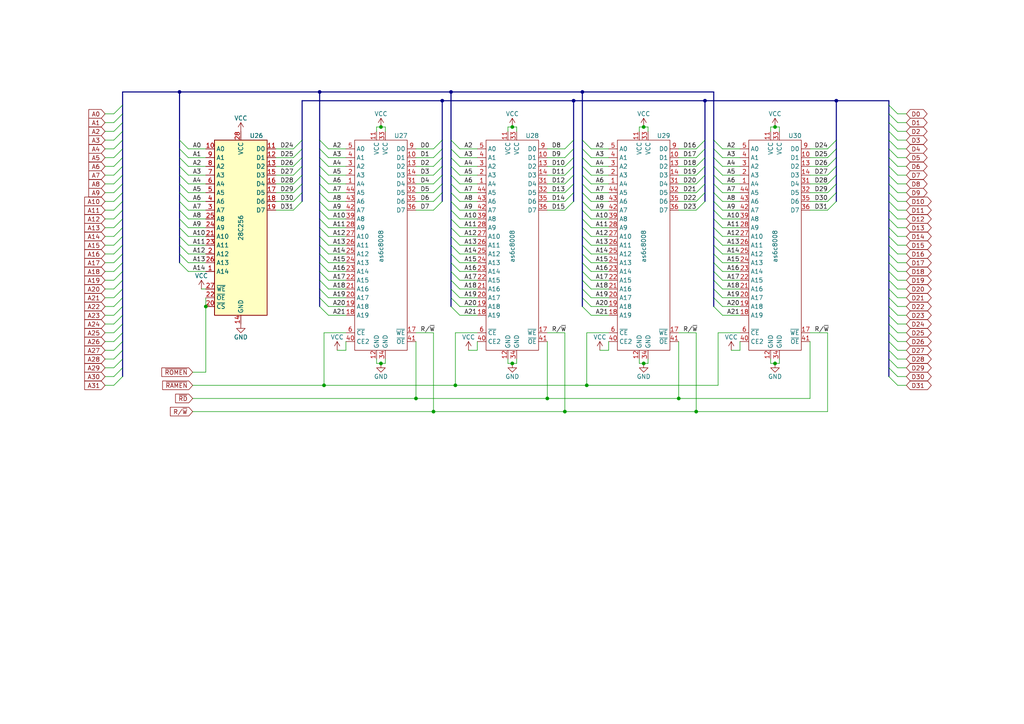
<source format=kicad_sch>
(kicad_sch (version 20211123) (generator eeschema)
  (paper "A4")
  (title_block (title "68030 computer") (date "2022-02-04") (rev "1") (comment 1 "https://github.com/jtsiomb/m68kcomputer2") (comment 2 "Free hardware design - GNU General Public License v3") (comment 3 "Copyright (C) 2022 John Tsiombikas <nuclear@member.fsf.org>"))
  (junction (at 92.71 26.67))
  (junction (at 148.59 36.83))
  (junction (at 196.85 115.57))
  (junction (at 168.91 26.67))
  (junction (at 242.57 29.21))
  (junction (at 148.59 105.41))
  (junction (at 186.69 105.41))
  (junction (at 224.79 36.83))
  (junction (at 163.83 119.38))
  (junction (at 59.69 88.9))
  (junction (at 166.37 29.21))
  (junction (at 128.27 29.21))
  (junction (at 130.81 26.67))
  (junction (at 110.49 36.83))
  (junction (at 224.79 105.41))
  (junction (at 110.49 105.41))
  (junction (at 120.65 115.57))
  (junction (at 132.08 111.76))
  (junction (at 52.07 26.67))
  (junction (at 204.47 29.21))
  (junction (at 201.93 119.38))
  (junction (at 158.75 115.57))
  (junction (at 186.69 36.83))
  (junction (at 125.73 119.38))
  (junction (at 170.18 111.76))
  (junction (at 93.98 111.76))
  (bus_entry (at 52.07 43.18) (size 2.54 2.54))
  (bus_entry (at 257.81 30.48) (size 2.54 2.54))
  (bus_entry (at 168.91 88.9) (size 2.54 2.54))
  (bus_entry (at 52.07 58.42) (size 2.54 2.54))
  (bus_entry (at 207.01 45.72) (size 2.54 2.54))
  (bus_entry (at 92.71 43.18) (size 2.54 2.54))
  (bus_entry (at 168.91 50.8) (size 2.54 2.54))
  (bus_entry (at 207.01 60.96) (size 2.54 2.54))
  (bus_entry (at 168.91 68.58) (size 2.54 2.54))
  (bus_entry (at 207.01 55.88) (size 2.54 2.54))
  (bus_entry (at 257.81 38.1) (size 2.54 2.54))
  (bus_entry (at 207.01 88.9) (size 2.54 2.54))
  (bus_entry (at 85.09 60.96) (size 2.54 -2.54))
  (bus_entry (at 130.81 58.42) (size 2.54 2.54))
  (bus_entry (at 168.91 48.26) (size 2.54 2.54))
  (bus_entry (at 130.81 60.96) (size 2.54 2.54))
  (bus_entry (at 257.81 104.14) (size 2.54 2.54))
  (bus_entry (at 85.09 58.42) (size 2.54 -2.54))
  (bus_entry (at 207.01 50.8) (size 2.54 2.54))
  (bus_entry (at 240.03 43.18) (size 2.54 -2.54))
  (bus_entry (at 52.07 68.58) (size 2.54 2.54))
  (bus_entry (at 168.91 71.12) (size 2.54 2.54))
  (bus_entry (at 168.91 76.2) (size 2.54 2.54))
  (bus_entry (at 240.03 58.42) (size 2.54 -2.54))
  (bus_entry (at 92.71 66.04) (size 2.54 2.54))
  (bus_entry (at 257.81 73.66) (size 2.54 2.54))
  (bus_entry (at 257.81 33.02) (size 2.54 2.54))
  (bus_entry (at 92.71 81.28) (size 2.54 2.54))
  (bus_entry (at 125.73 55.88) (size 2.54 -2.54))
  (bus_entry (at 130.81 66.04) (size 2.54 2.54))
  (bus_entry (at 52.07 55.88) (size 2.54 2.54))
  (bus_entry (at 92.71 86.36) (size 2.54 2.54))
  (bus_entry (at 201.93 55.88) (size 2.54 -2.54))
  (bus_entry (at 257.81 50.8) (size 2.54 2.54))
  (bus_entry (at 257.81 109.22) (size 2.54 2.54))
  (bus_entry (at 130.81 83.82) (size 2.54 2.54))
  (bus_entry (at 257.81 93.98) (size 2.54 2.54))
  (bus_entry (at 130.81 68.58) (size 2.54 2.54))
  (bus_entry (at 52.07 71.12) (size 2.54 2.54))
  (bus_entry (at 130.81 53.34) (size 2.54 2.54))
  (bus_entry (at 33.02 66.04) (size 2.54 -2.54))
  (bus_entry (at 33.02 83.82) (size 2.54 -2.54))
  (bus_entry (at 130.81 76.2) (size 2.54 2.54))
  (bus_entry (at 168.91 63.5) (size 2.54 2.54))
  (bus_entry (at 52.07 40.64) (size 2.54 2.54))
  (bus_entry (at 201.93 58.42) (size 2.54 -2.54))
  (bus_entry (at 125.73 60.96) (size 2.54 -2.54))
  (bus_entry (at 168.91 55.88) (size 2.54 2.54))
  (bus_entry (at 92.71 78.74) (size 2.54 2.54))
  (bus_entry (at 257.81 60.96) (size 2.54 2.54))
  (bus_entry (at 168.91 58.42) (size 2.54 2.54))
  (bus_entry (at 33.02 99.06) (size 2.54 -2.54))
  (bus_entry (at 207.01 53.34) (size 2.54 2.54))
  (bus_entry (at 257.81 96.52) (size 2.54 2.54))
  (bus_entry (at 257.81 81.28) (size 2.54 2.54))
  (bus_entry (at 33.02 106.68) (size 2.54 -2.54))
  (bus_entry (at 33.02 91.44) (size 2.54 -2.54))
  (bus_entry (at 52.07 63.5) (size 2.54 2.54))
  (bus_entry (at 201.93 43.18) (size 2.54 -2.54))
  (bus_entry (at 33.02 60.96) (size 2.54 -2.54))
  (bus_entry (at 240.03 55.88) (size 2.54 -2.54))
  (bus_entry (at 33.02 58.42) (size 2.54 -2.54))
  (bus_entry (at 163.83 43.18) (size 2.54 -2.54))
  (bus_entry (at 257.81 58.42) (size 2.54 2.54))
  (bus_entry (at 33.02 45.72) (size 2.54 -2.54))
  (bus_entry (at 257.81 35.56) (size 2.54 2.54))
  (bus_entry (at 92.71 76.2) (size 2.54 2.54))
  (bus_entry (at 92.71 68.58) (size 2.54 2.54))
  (bus_entry (at 257.81 43.18) (size 2.54 2.54))
  (bus_entry (at 168.91 73.66) (size 2.54 2.54))
  (bus_entry (at 201.93 60.96) (size 2.54 -2.54))
  (bus_entry (at 85.09 48.26) (size 2.54 -2.54))
  (bus_entry (at 168.91 40.64) (size 2.54 2.54))
  (bus_entry (at 207.01 83.82) (size 2.54 2.54))
  (bus_entry (at 52.07 45.72) (size 2.54 2.54))
  (bus_entry (at 130.81 73.66) (size 2.54 2.54))
  (bus_entry (at 125.73 50.8) (size 2.54 -2.54))
  (bus_entry (at 33.02 68.58) (size 2.54 -2.54))
  (bus_entry (at 130.81 48.26) (size 2.54 2.54))
  (bus_entry (at 33.02 76.2) (size 2.54 -2.54))
  (bus_entry (at 130.81 86.36) (size 2.54 2.54))
  (bus_entry (at 201.93 45.72) (size 2.54 -2.54))
  (bus_entry (at 52.07 60.96) (size 2.54 2.54))
  (bus_entry (at 201.93 53.34) (size 2.54 -2.54))
  (bus_entry (at 163.83 45.72) (size 2.54 -2.54))
  (bus_entry (at 33.02 38.1) (size 2.54 -2.54))
  (bus_entry (at 33.02 81.28) (size 2.54 -2.54))
  (bus_entry (at 201.93 50.8) (size 2.54 -2.54))
  (bus_entry (at 257.81 71.12) (size 2.54 2.54))
  (bus_entry (at 33.02 78.74) (size 2.54 -2.54))
  (bus_entry (at 163.83 53.34) (size 2.54 -2.54))
  (bus_entry (at 240.03 60.96) (size 2.54 -2.54))
  (bus_entry (at 92.71 45.72) (size 2.54 2.54))
  (bus_entry (at 33.02 104.14) (size 2.54 -2.54))
  (bus_entry (at 163.83 48.26) (size 2.54 -2.54))
  (bus_entry (at 257.81 48.26) (size 2.54 2.54))
  (bus_entry (at 33.02 40.64) (size 2.54 -2.54))
  (bus_entry (at 207.01 81.28) (size 2.54 2.54))
  (bus_entry (at 257.81 83.82) (size 2.54 2.54))
  (bus_entry (at 85.09 55.88) (size 2.54 -2.54))
  (bus_entry (at 52.07 76.2) (size 2.54 2.54))
  (bus_entry (at 257.81 76.2) (size 2.54 2.54))
  (bus_entry (at 125.73 45.72) (size 2.54 -2.54))
  (bus_entry (at 52.07 50.8) (size 2.54 2.54))
  (bus_entry (at 85.09 43.18) (size 2.54 -2.54))
  (bus_entry (at 201.93 48.26) (size 2.54 -2.54))
  (bus_entry (at 257.81 40.64) (size 2.54 2.54))
  (bus_entry (at 33.02 43.18) (size 2.54 -2.54))
  (bus_entry (at 33.02 48.26) (size 2.54 -2.54))
  (bus_entry (at 257.81 78.74) (size 2.54 2.54))
  (bus_entry (at 33.02 35.56) (size 2.54 -2.54))
  (bus_entry (at 130.81 78.74) (size 2.54 2.54))
  (bus_entry (at 207.01 63.5) (size 2.54 2.54))
  (bus_entry (at 92.71 60.96) (size 2.54 2.54))
  (bus_entry (at 33.02 86.36) (size 2.54 -2.54))
  (bus_entry (at 240.03 45.72) (size 2.54 -2.54))
  (bus_entry (at 92.71 63.5) (size 2.54 2.54))
  (bus_entry (at 240.03 53.34) (size 2.54 -2.54))
  (bus_entry (at 85.09 45.72) (size 2.54 -2.54))
  (bus_entry (at 92.71 48.26) (size 2.54 2.54))
  (bus_entry (at 92.71 73.66) (size 2.54 2.54))
  (bus_entry (at 207.01 58.42) (size 2.54 2.54))
  (bus_entry (at 207.01 66.04) (size 2.54 2.54))
  (bus_entry (at 168.91 53.34) (size 2.54 2.54))
  (bus_entry (at 163.83 50.8) (size 2.54 -2.54))
  (bus_entry (at 207.01 73.66) (size 2.54 2.54))
  (bus_entry (at 257.81 86.36) (size 2.54 2.54))
  (bus_entry (at 85.09 53.34) (size 2.54 -2.54))
  (bus_entry (at 130.81 40.64) (size 2.54 2.54))
  (bus_entry (at 33.02 96.52) (size 2.54 -2.54))
  (bus_entry (at 257.81 53.34) (size 2.54 2.54))
  (bus_entry (at 207.01 68.58) (size 2.54 2.54))
  (bus_entry (at 85.09 50.8) (size 2.54 -2.54))
  (bus_entry (at 92.71 83.82) (size 2.54 2.54))
  (bus_entry (at 257.81 68.58) (size 2.54 2.54))
  (bus_entry (at 125.73 53.34) (size 2.54 -2.54))
  (bus_entry (at 92.71 40.64) (size 2.54 2.54))
  (bus_entry (at 163.83 55.88) (size 2.54 -2.54))
  (bus_entry (at 130.81 45.72) (size 2.54 2.54))
  (bus_entry (at 33.02 53.34) (size 2.54 -2.54))
  (bus_entry (at 207.01 40.64) (size 2.54 2.54))
  (bus_entry (at 207.01 78.74) (size 2.54 2.54))
  (bus_entry (at 52.07 73.66) (size 2.54 2.54))
  (bus_entry (at 33.02 33.02) (size 2.54 -2.54))
  (bus_entry (at 125.73 48.26) (size 2.54 -2.54))
  (bus_entry (at 130.81 50.8) (size 2.54 2.54))
  (bus_entry (at 52.07 48.26) (size 2.54 2.54))
  (bus_entry (at 33.02 101.6) (size 2.54 -2.54))
  (bus_entry (at 92.71 71.12) (size 2.54 2.54))
  (bus_entry (at 257.81 66.04) (size 2.54 2.54))
  (bus_entry (at 168.91 66.04) (size 2.54 2.54))
  (bus_entry (at 257.81 106.68) (size 2.54 2.54))
  (bus_entry (at 92.71 50.8) (size 2.54 2.54))
  (bus_entry (at 168.91 81.28) (size 2.54 2.54))
  (bus_entry (at 257.81 45.72) (size 2.54 2.54))
  (bus_entry (at 257.81 88.9) (size 2.54 2.54))
  (bus_entry (at 130.81 43.18) (size 2.54 2.54))
  (bus_entry (at 168.91 86.36) (size 2.54 2.54))
  (bus_entry (at 207.01 71.12) (size 2.54 2.54))
  (bus_entry (at 240.03 48.26) (size 2.54 -2.54))
  (bus_entry (at 130.81 81.28) (size 2.54 2.54))
  (bus_entry (at 163.83 60.96) (size 2.54 -2.54))
  (bus_entry (at 130.81 55.88) (size 2.54 2.54))
  (bus_entry (at 125.73 58.42) (size 2.54 -2.54))
  (bus_entry (at 168.91 45.72) (size 2.54 2.54))
  (bus_entry (at 257.81 99.06) (size 2.54 2.54))
  (bus_entry (at 125.73 43.18) (size 2.54 -2.54))
  (bus_entry (at 92.71 88.9) (size 2.54 2.54))
  (bus_entry (at 207.01 48.26) (size 2.54 2.54))
  (bus_entry (at 163.83 58.42) (size 2.54 -2.54))
  (bus_entry (at 207.01 86.36) (size 2.54 2.54))
  (bus_entry (at 168.91 43.18) (size 2.54 2.54))
  (bus_entry (at 207.01 43.18) (size 2.54 2.54))
  (bus_entry (at 52.07 53.34) (size 2.54 2.54))
  (bus_entry (at 33.02 50.8) (size 2.54 -2.54))
  (bus_entry (at 92.71 53.34) (size 2.54 2.54))
  (bus_entry (at 207.01 76.2) (size 2.54 2.54))
  (bus_entry (at 257.81 55.88) (size 2.54 2.54))
  (bus_entry (at 168.91 83.82) (size 2.54 2.54))
  (bus_entry (at 33.02 93.98) (size 2.54 -2.54))
  (bus_entry (at 92.71 55.88) (size 2.54 2.54))
  (bus_entry (at 257.81 63.5) (size 2.54 2.54))
  (bus_entry (at 33.02 111.76) (size 2.54 -2.54))
  (bus_entry (at 240.03 50.8) (size 2.54 -2.54))
  (bus_entry (at 52.07 66.04) (size 2.54 2.54))
  (bus_entry (at 130.81 71.12) (size 2.54 2.54))
  (bus_entry (at 33.02 55.88) (size 2.54 -2.54))
  (bus_entry (at 92.71 58.42) (size 2.54 2.54))
  (bus_entry (at 33.02 73.66) (size 2.54 -2.54))
  (bus_entry (at 168.91 78.74) (size 2.54 2.54))
  (bus_entry (at 130.81 88.9) (size 2.54 2.54))
  (bus_entry (at 33.02 109.22) (size 2.54 -2.54))
  (bus_entry (at 33.02 63.5) (size 2.54 -2.54))
  (bus_entry (at 257.81 101.6) (size 2.54 2.54))
  (bus_entry (at 33.02 71.12) (size 2.54 -2.54))
  (bus_entry (at 130.81 63.5) (size 2.54 2.54))
  (bus_entry (at 257.81 91.44) (size 2.54 2.54))
  (bus_entry (at 168.91 60.96) (size 2.54 2.54))
  (bus_entry (at 33.02 88.9) (size 2.54 -2.54))
  (bus (pts (xy 166.37 50.8) (xy 166.37 53.34)))
  (wire (pts (xy 120.65 53.34) (xy 125.73 53.34)))
  (bus (pts (xy 168.91 78.74) (xy 168.91 81.28)))
  (wire (pts (xy 54.61 48.26) (xy 59.69 48.26)))
  (bus (pts (xy 130.81 40.64) (xy 130.81 43.18)))
  (bus (pts (xy 242.57 50.8) (xy 242.57 53.34)))
  (wire (pts (xy 223.52 36.83) (xy 224.79 36.83)))
  (wire (pts (xy 158.75 58.42) (xy 163.83 58.42)))
  (wire (pts (xy 120.65 115.57) (xy 55.88 115.57)))
  (wire (pts (xy 30.48 73.66) (xy 33.02 73.66)))
  (bus (pts (xy 207.01 60.96) (xy 207.01 63.5)))
  (wire (pts (xy 133.35 55.88) (xy 138.43 55.88)))
  (wire (pts (xy 209.55 91.44) (xy 214.63 91.44)))
  (wire (pts (xy 30.48 101.6) (xy 33.02 101.6)))
  (bus (pts (xy 35.56 55.88) (xy 35.56 53.34)))
  (wire (pts (xy 170.18 96.52) (xy 176.53 96.52)))
  (wire (pts (xy 240.03 119.38) (xy 240.03 96.52)))
  (bus (pts (xy 35.56 48.26) (xy 35.56 45.72)))
  (bus (pts (xy 242.57 29.21) (xy 257.81 29.21)))
  (wire (pts (xy 196.85 96.52) (xy 201.93 96.52)))
  (bus (pts (xy 168.91 60.96) (xy 168.91 63.5)))
  (wire (pts (xy 133.35 58.42) (xy 138.43 58.42)))
  (wire (pts (xy 95.25 63.5) (xy 100.33 63.5)))
  (wire (pts (xy 120.65 55.88) (xy 125.73 55.88)))
  (bus (pts (xy 35.56 81.28) (xy 35.56 78.74)))
  (wire (pts (xy 260.35 43.18) (xy 262.89 43.18)))
  (wire (pts (xy 58.42 83.82) (xy 59.69 83.82)))
  (wire (pts (xy 234.95 99.06) (xy 234.95 115.57)))
  (wire (pts (xy 234.95 45.72) (xy 240.03 45.72)))
  (wire (pts (xy 30.48 86.36) (xy 33.02 86.36)))
  (wire (pts (xy 133.35 45.72) (xy 138.43 45.72)))
  (bus (pts (xy 242.57 53.34) (xy 242.57 55.88)))
  (bus (pts (xy 35.56 83.82) (xy 35.56 81.28)))
  (wire (pts (xy 111.76 105.41) (xy 111.76 104.14)))
  (bus (pts (xy 204.47 50.8) (xy 204.47 53.34)))
  (wire (pts (xy 132.08 96.52) (xy 138.43 96.52)))
  (bus (pts (xy 168.91 26.67) (xy 130.81 26.67)))
  (wire (pts (xy 260.35 50.8) (xy 262.89 50.8)))
  (bus (pts (xy 168.91 76.2) (xy 168.91 78.74)))
  (wire (pts (xy 185.42 38.1) (xy 185.42 36.83)))
  (bus (pts (xy 35.56 96.52) (xy 35.56 93.98)))
  (wire (pts (xy 54.61 55.88) (xy 59.69 55.88)))
  (bus (pts (xy 35.56 101.6) (xy 35.56 99.06)))
  (wire (pts (xy 260.35 78.74) (xy 262.89 78.74)))
  (bus (pts (xy 257.81 66.04) (xy 257.81 68.58)))
  (bus (pts (xy 92.71 68.58) (xy 92.71 71.12)))
  (wire (pts (xy 186.69 105.41) (xy 187.96 105.41)))
  (wire (pts (xy 209.55 53.34) (xy 214.63 53.34)))
  (bus (pts (xy 130.81 50.8) (xy 130.81 53.34)))
  (wire (pts (xy 54.61 60.96) (xy 59.69 60.96)))
  (wire (pts (xy 133.35 50.8) (xy 138.43 50.8)))
  (bus (pts (xy 168.91 26.67) (xy 168.91 40.64)))
  (bus (pts (xy 257.81 60.96) (xy 257.81 63.5)))
  (wire (pts (xy 260.35 81.28) (xy 262.89 81.28)))
  (wire (pts (xy 54.61 76.2) (xy 59.69 76.2)))
  (bus (pts (xy 92.71 78.74) (xy 92.71 81.28)))
  (wire (pts (xy 196.85 60.96) (xy 201.93 60.96)))
  (wire (pts (xy 54.61 78.74) (xy 59.69 78.74)))
  (bus (pts (xy 257.81 76.2) (xy 257.81 78.74)))
  (wire (pts (xy 110.49 105.41) (xy 111.76 105.41)))
  (bus (pts (xy 257.81 68.58) (xy 257.81 71.12)))
  (wire (pts (xy 95.25 53.34) (xy 100.33 53.34)))
  (bus (pts (xy 257.81 63.5) (xy 257.81 66.04)))
  (wire (pts (xy 260.35 91.44) (xy 262.89 91.44)))
  (wire (pts (xy 133.35 53.34) (xy 138.43 53.34)))
  (bus (pts (xy 257.81 71.12) (xy 257.81 73.66)))
  (wire (pts (xy 133.35 81.28) (xy 138.43 81.28)))
  (wire (pts (xy 171.45 91.44) (xy 176.53 91.44)))
  (wire (pts (xy 196.85 43.18) (xy 201.93 43.18)))
  (bus (pts (xy 207.01 68.58) (xy 207.01 71.12)))
  (wire (pts (xy 109.22 36.83) (xy 110.49 36.83)))
  (bus (pts (xy 87.63 53.34) (xy 87.63 55.88)))
  (wire (pts (xy 95.25 81.28) (xy 100.33 81.28)))
  (bus (pts (xy 130.81 55.88) (xy 130.81 58.42)))
  (wire (pts (xy 171.45 68.58) (xy 176.53 68.58)))
  (wire (pts (xy 30.48 60.96) (xy 33.02 60.96)))
  (wire (pts (xy 120.65 60.96) (xy 125.73 60.96)))
  (wire (pts (xy 226.06 36.83) (xy 226.06 38.1)))
  (wire (pts (xy 95.25 88.9) (xy 100.33 88.9)))
  (bus (pts (xy 92.71 76.2) (xy 92.71 78.74)))
  (wire (pts (xy 260.35 35.56) (xy 262.89 35.56)))
  (bus (pts (xy 92.71 40.64) (xy 92.71 43.18)))
  (wire (pts (xy 138.43 101.6) (xy 138.43 99.06)))
  (bus (pts (xy 168.91 58.42) (xy 168.91 60.96)))
  (bus (pts (xy 257.81 30.48) (xy 257.81 33.02)))
  (bus (pts (xy 242.57 29.21) (xy 242.57 40.64)))
  (bus (pts (xy 257.81 104.14) (xy 257.81 106.68)))
  (wire (pts (xy 260.35 104.14) (xy 262.89 104.14)))
  (wire (pts (xy 95.25 71.12) (xy 100.33 71.12)))
  (wire (pts (xy 55.88 119.38) (xy 125.73 119.38)))
  (bus (pts (xy 128.27 53.34) (xy 128.27 55.88)))
  (bus (pts (xy 52.07 66.04) (xy 52.07 68.58)))
  (bus (pts (xy 92.71 26.67) (xy 92.71 40.64)))
  (wire (pts (xy 95.25 86.36) (xy 100.33 86.36)))
  (bus (pts (xy 35.56 66.04) (xy 35.56 63.5)))
  (wire (pts (xy 30.48 35.56) (xy 33.02 35.56)))
  (wire (pts (xy 30.48 111.76) (xy 33.02 111.76)))
  (wire (pts (xy 260.35 71.12) (xy 262.89 71.12)))
  (wire (pts (xy 133.35 43.18) (xy 138.43 43.18)))
  (bus (pts (xy 207.01 83.82) (xy 207.01 86.36)))
  (wire (pts (xy 80.01 60.96) (xy 85.09 60.96)))
  (bus (pts (xy 168.91 50.8) (xy 168.91 53.34)))
  (bus (pts (xy 128.27 55.88) (xy 128.27 58.42)))
  (wire (pts (xy 171.45 86.36) (xy 176.53 86.36)))
  (wire (pts (xy 30.48 55.88) (xy 33.02 55.88)))
  (bus (pts (xy 87.63 55.88) (xy 87.63 58.42)))
  (bus (pts (xy 257.81 35.56) (xy 257.81 38.1)))
  (bus (pts (xy 257.81 106.68) (xy 257.81 109.22)))
  (wire (pts (xy 209.55 81.28) (xy 214.63 81.28)))
  (wire (pts (xy 260.35 106.68) (xy 262.89 106.68)))
  (bus (pts (xy 168.91 68.58) (xy 168.91 71.12)))
  (wire (pts (xy 30.48 81.28) (xy 33.02 81.28)))
  (bus (pts (xy 35.56 88.9) (xy 35.56 86.36)))
  (wire (pts (xy 186.69 36.83) (xy 187.96 36.83)))
  (wire (pts (xy 95.25 76.2) (xy 100.33 76.2)))
  (wire (pts (xy 30.48 33.02) (xy 33.02 33.02)))
  (wire (pts (xy 209.55 88.9) (xy 214.63 88.9)))
  (wire (pts (xy 260.35 76.2) (xy 262.89 76.2)))
  (wire (pts (xy 132.08 96.52) (xy 132.08 111.76)))
  (bus (pts (xy 130.81 26.67) (xy 130.81 40.64)))
  (bus (pts (xy 35.56 99.06) (xy 35.56 96.52)))
  (wire (pts (xy 260.35 86.36) (xy 262.89 86.36)))
  (wire (pts (xy 234.95 58.42) (xy 240.03 58.42)))
  (wire (pts (xy 234.95 53.34) (xy 240.03 53.34)))
  (wire (pts (xy 95.25 73.66) (xy 100.33 73.66)))
  (bus (pts (xy 130.81 26.67) (xy 92.71 26.67)))
  (wire (pts (xy 30.48 71.12) (xy 33.02 71.12)))
  (bus (pts (xy 92.71 83.82) (xy 92.71 86.36)))
  (wire (pts (xy 147.32 36.83) (xy 148.59 36.83)))
  (bus (pts (xy 168.91 40.64) (xy 168.91 43.18)))
  (bus (pts (xy 204.47 45.72) (xy 204.47 48.26)))
  (bus (pts (xy 257.81 43.18) (xy 257.81 45.72)))
  (bus (pts (xy 257.81 99.06) (xy 257.81 101.6)))
  (wire (pts (xy 185.42 36.83) (xy 186.69 36.83)))
  (bus (pts (xy 52.07 53.34) (xy 52.07 55.88)))
  (bus (pts (xy 87.63 50.8) (xy 87.63 53.34)))
  (wire (pts (xy 30.48 99.06) (xy 33.02 99.06)))
  (bus (pts (xy 35.56 50.8) (xy 35.56 48.26)))
  (wire (pts (xy 149.86 105.41) (xy 149.86 104.14)))
  (bus (pts (xy 92.71 58.42) (xy 92.71 60.96)))
  (bus (pts (xy 130.81 53.34) (xy 130.81 55.88)))
  (wire (pts (xy 95.25 50.8) (xy 100.33 50.8)))
  (bus (pts (xy 257.81 78.74) (xy 257.81 81.28)))
  (wire (pts (xy 260.35 73.66) (xy 262.89 73.66)))
  (bus (pts (xy 128.27 29.21) (xy 128.27 40.64)))
  (bus (pts (xy 35.56 43.18) (xy 35.56 40.64)))
  (wire (pts (xy 209.55 83.82) (xy 214.63 83.82)))
  (wire (pts (xy 196.85 99.06) (xy 196.85 115.57)))
  (wire (pts (xy 120.65 48.26) (xy 125.73 48.26)))
  (bus (pts (xy 166.37 48.26) (xy 166.37 50.8)))
  (bus (pts (xy 207.01 55.88) (xy 207.01 58.42)))
  (wire (pts (xy 209.55 73.66) (xy 214.63 73.66)))
  (bus (pts (xy 242.57 48.26) (xy 242.57 50.8)))
  (bus (pts (xy 130.81 86.36) (xy 130.81 88.9)))
  (wire (pts (xy 54.61 73.66) (xy 59.69 73.66)))
  (wire (pts (xy 133.35 71.12) (xy 138.43 71.12)))
  (wire (pts (xy 209.55 78.74) (xy 214.63 78.74)))
  (bus (pts (xy 168.91 81.28) (xy 168.91 83.82)))
  (wire (pts (xy 234.95 60.96) (xy 240.03 60.96)))
  (wire (pts (xy 133.35 60.96) (xy 138.43 60.96)))
  (wire (pts (xy 260.35 66.04) (xy 262.89 66.04)))
  (bus (pts (xy 130.81 81.28) (xy 130.81 83.82)))
  (wire (pts (xy 30.48 83.82) (xy 33.02 83.82)))
  (wire (pts (xy 201.93 119.38) (xy 240.03 119.38)))
  (wire (pts (xy 59.69 86.36) (xy 59.69 88.9)))
  (bus (pts (xy 130.81 63.5) (xy 130.81 66.04)))
  (wire (pts (xy 209.55 58.42) (xy 214.63 58.42)))
  (wire (pts (xy 158.75 115.57) (xy 196.85 115.57)))
  (bus (pts (xy 207.01 58.42) (xy 207.01 60.96)))
  (bus (pts (xy 257.81 91.44) (xy 257.81 93.98)))
  (bus (pts (xy 87.63 43.18) (xy 87.63 45.72)))
  (bus (pts (xy 257.81 83.82) (xy 257.81 86.36)))
  (wire (pts (xy 209.55 45.72) (xy 214.63 45.72)))
  (wire (pts (xy 93.98 111.76) (xy 93.98 96.52)))
  (wire (pts (xy 30.48 40.64) (xy 33.02 40.64)))
  (bus (pts (xy 128.27 45.72) (xy 128.27 48.26)))
  (wire (pts (xy 158.75 96.52) (xy 163.83 96.52)))
  (wire (pts (xy 110.49 36.83) (xy 111.76 36.83)))
  (bus (pts (xy 168.91 48.26) (xy 168.91 50.8)))
  (bus (pts (xy 204.47 55.88) (xy 204.47 58.42)))
  (bus (pts (xy 130.81 76.2) (xy 130.81 78.74)))
  (bus (pts (xy 168.91 55.88) (xy 168.91 58.42)))
  (wire (pts (xy 132.08 111.76) (xy 93.98 111.76)))
  (wire (pts (xy 30.48 68.58) (xy 33.02 68.58)))
  (bus (pts (xy 204.47 40.64) (xy 204.47 43.18)))
  (wire (pts (xy 224.79 105.41) (xy 226.06 105.41)))
  (bus (pts (xy 166.37 29.21) (xy 166.37 40.64)))
  (bus (pts (xy 257.81 73.66) (xy 257.81 76.2)))
  (bus (pts (xy 207.01 66.04) (xy 207.01 68.58)))
  (bus (pts (xy 257.81 101.6) (xy 257.81 104.14)))
  (bus (pts (xy 207.01 48.26) (xy 207.01 50.8)))
  (wire (pts (xy 30.48 53.34) (xy 33.02 53.34)))
  (wire (pts (xy 109.22 38.1) (xy 109.22 36.83)))
  (wire (pts (xy 224.79 36.83) (xy 226.06 36.83)))
  (bus (pts (xy 130.81 78.74) (xy 130.81 81.28)))
  (wire (pts (xy 54.61 53.34) (xy 59.69 53.34)))
  (wire (pts (xy 260.35 33.02) (xy 262.89 33.02)))
  (wire (pts (xy 30.48 38.1) (xy 33.02 38.1)))
  (bus (pts (xy 128.27 50.8) (xy 128.27 53.34)))
  (bus (pts (xy 207.01 43.18) (xy 207.01 45.72)))
  (bus (pts (xy 35.56 93.98) (xy 35.56 91.44)))
  (wire (pts (xy 171.45 45.72) (xy 176.53 45.72)))
  (wire (pts (xy 125.73 96.52) (xy 125.73 119.38)))
  (bus (pts (xy 257.81 33.02) (xy 257.81 35.56)))
  (wire (pts (xy 260.35 93.98) (xy 262.89 93.98)))
  (bus (pts (xy 35.56 68.58) (xy 35.56 66.04)))
  (wire (pts (xy 234.95 96.52) (xy 240.03 96.52)))
  (wire (pts (xy 260.35 40.64) (xy 262.89 40.64)))
  (wire (pts (xy 133.35 73.66) (xy 138.43 73.66)))
  (wire (pts (xy 125.73 119.38) (xy 163.83 119.38)))
  (bus (pts (xy 35.56 78.74) (xy 35.56 76.2)))
  (wire (pts (xy 30.48 109.22) (xy 33.02 109.22)))
  (wire (pts (xy 133.35 83.82) (xy 138.43 83.82)))
  (wire (pts (xy 30.48 76.2) (xy 33.02 76.2)))
  (wire (pts (xy 120.65 45.72) (xy 125.73 45.72)))
  (bus (pts (xy 130.81 83.82) (xy 130.81 86.36)))
  (wire (pts (xy 109.22 104.14) (xy 109.22 105.41)))
  (wire (pts (xy 234.95 55.88) (xy 240.03 55.88)))
  (bus (pts (xy 242.57 45.72) (xy 242.57 48.26)))
  (wire (pts (xy 158.75 45.72) (xy 163.83 45.72)))
  (wire (pts (xy 97.79 101.6) (xy 100.33 101.6)))
  (wire (pts (xy 133.35 91.44) (xy 138.43 91.44)))
  (bus (pts (xy 92.71 48.26) (xy 92.71 50.8)))
  (wire (pts (xy 171.45 53.34) (xy 176.53 53.34)))
  (bus (pts (xy 130.81 68.58) (xy 130.81 71.12)))
  (wire (pts (xy 260.35 55.88) (xy 262.89 55.88)))
  (wire (pts (xy 196.85 115.57) (xy 234.95 115.57)))
  (wire (pts (xy 133.35 88.9) (xy 138.43 88.9)))
  (wire (pts (xy 171.45 58.42) (xy 176.53 58.42)))
  (wire (pts (xy 80.01 45.72) (xy 85.09 45.72)))
  (bus (pts (xy 257.81 38.1) (xy 257.81 40.64)))
  (bus (pts (xy 166.37 40.64) (xy 166.37 43.18)))
  (bus (pts (xy 35.56 104.14) (xy 35.56 101.6)))
  (bus (pts (xy 92.71 26.67) (xy 52.07 26.67)))
  (wire (pts (xy 201.93 96.52) (xy 201.93 119.38)))
  (wire (pts (xy 30.48 48.26) (xy 33.02 48.26)))
  (bus (pts (xy 128.27 29.21) (xy 166.37 29.21)))
  (bus (pts (xy 87.63 29.21) (xy 87.63 40.64)))
  (wire (pts (xy 196.85 50.8) (xy 201.93 50.8)))
  (wire (pts (xy 95.25 68.58) (xy 100.33 68.58)))
  (bus (pts (xy 130.81 71.12) (xy 130.81 73.66)))
  (bus (pts (xy 257.81 93.98) (xy 257.81 96.52)))
  (wire (pts (xy 30.48 91.44) (xy 33.02 91.44)))
  (bus (pts (xy 35.56 109.22) (xy 35.56 106.68)))
  (bus (pts (xy 166.37 53.34) (xy 166.37 55.88)))
  (wire (pts (xy 80.01 55.88) (xy 85.09 55.88)))
  (wire (pts (xy 30.48 58.42) (xy 33.02 58.42)))
  (wire (pts (xy 95.25 48.26) (xy 100.33 48.26)))
  (bus (pts (xy 130.81 60.96) (xy 130.81 63.5)))
  (wire (pts (xy 54.61 66.04) (xy 59.69 66.04)))
  (wire (pts (xy 208.28 111.76) (xy 170.18 111.76)))
  (bus (pts (xy 168.91 71.12) (xy 168.91 73.66)))
  (wire (pts (xy 95.25 60.96) (xy 100.33 60.96)))
  (bus (pts (xy 52.07 48.26) (xy 52.07 50.8)))
  (bus (pts (xy 35.56 106.68) (xy 35.56 104.14)))
  (wire (pts (xy 55.88 111.76) (xy 93.98 111.76)))
  (wire (pts (xy 208.28 96.52) (xy 214.63 96.52)))
  (bus (pts (xy 168.91 45.72) (xy 168.91 48.26)))
  (bus (pts (xy 92.71 50.8) (xy 92.71 53.34)))
  (wire (pts (xy 163.83 96.52) (xy 163.83 119.38)))
  (bus (pts (xy 166.37 29.21) (xy 204.47 29.21)))
  (wire (pts (xy 54.61 71.12) (xy 59.69 71.12)))
  (bus (pts (xy 207.01 53.34) (xy 207.01 55.88)))
  (wire (pts (xy 226.06 105.41) (xy 226.06 104.14)))
  (bus (pts (xy 168.91 86.36) (xy 168.91 88.9)))
  (wire (pts (xy 30.48 45.72) (xy 33.02 45.72)))
  (wire (pts (xy 100.33 101.6) (xy 100.33 99.06)))
  (bus (pts (xy 204.47 43.18) (xy 204.47 45.72)))
  (wire (pts (xy 30.48 43.18) (xy 33.02 43.18)))
  (bus (pts (xy 204.47 29.21) (xy 242.57 29.21)))
  (bus (pts (xy 128.27 43.18) (xy 128.27 45.72)))
  (wire (pts (xy 196.85 58.42) (xy 201.93 58.42)))
  (wire (pts (xy 187.96 105.41) (xy 187.96 104.14)))
  (bus (pts (xy 242.57 43.18) (xy 242.57 45.72)))
  (bus (pts (xy 257.81 55.88) (xy 257.81 58.42)))
  (wire (pts (xy 95.25 66.04) (xy 100.33 66.04)))
  (bus (pts (xy 35.56 30.48) (xy 35.56 26.67)))
  (bus (pts (xy 168.91 43.18) (xy 168.91 45.72)))
  (bus (pts (xy 257.81 45.72) (xy 257.81 48.26)))
  (wire (pts (xy 163.83 119.38) (xy 201.93 119.38)))
  (bus (pts (xy 92.71 55.88) (xy 92.71 58.42)))
  (wire (pts (xy 171.45 60.96) (xy 176.53 60.96)))
  (wire (pts (xy 209.55 71.12) (xy 214.63 71.12)))
  (wire (pts (xy 30.48 63.5) (xy 33.02 63.5)))
  (bus (pts (xy 52.07 55.88) (xy 52.07 58.42)))
  (bus (pts (xy 92.71 63.5) (xy 92.71 66.04)))
  (wire (pts (xy 80.01 58.42) (xy 85.09 58.42)))
  (wire (pts (xy 148.59 105.41) (xy 149.86 105.41)))
  (bus (pts (xy 35.56 76.2) (xy 35.56 73.66)))
  (wire (pts (xy 185.42 104.14) (xy 185.42 105.41)))
  (bus (pts (xy 257.81 40.64) (xy 257.81 43.18)))
  (bus (pts (xy 35.56 71.12) (xy 35.56 68.58)))
  (wire (pts (xy 171.45 55.88) (xy 176.53 55.88)))
  (wire (pts (xy 93.98 96.52) (xy 100.33 96.52)))
  (wire (pts (xy 223.52 38.1) (xy 223.52 36.83)))
  (wire (pts (xy 260.35 88.9) (xy 262.89 88.9)))
  (bus (pts (xy 130.81 73.66) (xy 130.81 76.2)))
  (bus (pts (xy 207.01 81.28) (xy 207.01 83.82)))
  (wire (pts (xy 171.45 71.12) (xy 176.53 71.12)))
  (wire (pts (xy 260.35 99.06) (xy 262.89 99.06)))
  (wire (pts (xy 120.65 96.52) (xy 125.73 96.52)))
  (wire (pts (xy 176.53 101.6) (xy 176.53 99.06)))
  (bus (pts (xy 168.91 83.82) (xy 168.91 86.36)))
  (wire (pts (xy 260.35 109.22) (xy 262.89 109.22)))
  (wire (pts (xy 120.65 58.42) (xy 125.73 58.42)))
  (bus (pts (xy 52.07 73.66) (xy 52.07 76.2)))
  (bus (pts (xy 92.71 53.34) (xy 92.71 55.88)))
  (wire (pts (xy 171.45 83.82) (xy 176.53 83.82)))
  (bus (pts (xy 207.01 40.64) (xy 207.01 43.18)))
  (wire (pts (xy 95.25 78.74) (xy 100.33 78.74)))
  (bus (pts (xy 52.07 50.8) (xy 52.07 53.34)))
  (bus (pts (xy 204.47 48.26) (xy 204.47 50.8)))
  (wire (pts (xy 196.85 53.34) (xy 201.93 53.34)))
  (bus (pts (xy 35.56 60.96) (xy 35.56 58.42)))
  (bus (pts (xy 92.71 86.36) (xy 92.71 88.9)))
  (wire (pts (xy 170.18 96.52) (xy 170.18 111.76)))
  (bus (pts (xy 207.01 26.67) (xy 207.01 40.64)))
  (wire (pts (xy 158.75 55.88) (xy 163.83 55.88)))
  (bus (pts (xy 257.81 96.52) (xy 257.81 99.06)))
  (wire (pts (xy 260.35 38.1) (xy 262.89 38.1)))
  (wire (pts (xy 158.75 48.26) (xy 163.83 48.26)))
  (wire (pts (xy 223.52 104.14) (xy 223.52 105.41)))
  (wire (pts (xy 209.55 55.88) (xy 214.63 55.88)))
  (wire (pts (xy 171.45 66.04) (xy 176.53 66.04)))
  (wire (pts (xy 30.48 88.9) (xy 33.02 88.9)))
  (wire (pts (xy 223.52 105.41) (xy 224.79 105.41)))
  (wire (pts (xy 208.28 96.52) (xy 208.28 111.76)))
  (wire (pts (xy 187.96 36.83) (xy 187.96 38.1)))
  (bus (pts (xy 52.07 43.18) (xy 52.07 45.72)))
  (bus (pts (xy 52.07 58.42) (xy 52.07 60.96)))
  (wire (pts (xy 133.35 76.2) (xy 138.43 76.2)))
  (bus (pts (xy 166.37 43.18) (xy 166.37 45.72)))
  (bus (pts (xy 242.57 55.88) (xy 242.57 58.42)))
  (bus (pts (xy 35.56 91.44) (xy 35.56 88.9)))
  (bus (pts (xy 257.81 88.9) (xy 257.81 91.44)))
  (wire (pts (xy 171.45 88.9) (xy 176.53 88.9)))
  (wire (pts (xy 80.01 50.8) (xy 85.09 50.8)))
  (wire (pts (xy 196.85 48.26) (xy 201.93 48.26)))
  (wire (pts (xy 54.61 50.8) (xy 59.69 50.8)))
  (wire (pts (xy 149.86 36.83) (xy 149.86 38.1)))
  (bus (pts (xy 207.01 71.12) (xy 207.01 73.66)))
  (bus (pts (xy 130.81 45.72) (xy 130.81 48.26)))
  (wire (pts (xy 170.18 111.76) (xy 132.08 111.76)))
  (wire (pts (xy 158.75 99.06) (xy 158.75 115.57)))
  (bus (pts (xy 52.07 60.96) (xy 52.07 63.5)))
  (wire (pts (xy 196.85 45.72) (xy 201.93 45.72)))
  (wire (pts (xy 109.22 105.41) (xy 110.49 105.41)))
  (wire (pts (xy 133.35 78.74) (xy 138.43 78.74)))
  (bus (pts (xy 87.63 40.64) (xy 87.63 43.18)))
  (wire (pts (xy 158.75 50.8) (xy 163.83 50.8)))
  (bus (pts (xy 87.63 45.72) (xy 87.63 48.26)))
  (bus (pts (xy 242.57 40.64) (xy 242.57 43.18)))
  (bus (pts (xy 35.56 58.42) (xy 35.56 55.88)))
  (bus (pts (xy 257.81 48.26) (xy 257.81 50.8)))
  (wire (pts (xy 260.35 58.42) (xy 262.89 58.42)))
  (wire (pts (xy 260.35 63.5) (xy 262.89 63.5)))
  (wire (pts (xy 95.25 55.88) (xy 100.33 55.88)))
  (wire (pts (xy 171.45 76.2) (xy 176.53 76.2)))
  (wire (pts (xy 133.35 86.36) (xy 138.43 86.36)))
  (bus (pts (xy 35.56 45.72) (xy 35.56 43.18)))
  (bus (pts (xy 257.81 53.34) (xy 257.81 55.88)))
  (bus (pts (xy 207.01 45.72) (xy 207.01 48.26)))
  (wire (pts (xy 30.48 106.68) (xy 33.02 106.68)))
  (wire (pts (xy 209.55 66.04) (xy 214.63 66.04)))
  (wire (pts (xy 260.35 111.76) (xy 262.89 111.76)))
  (bus (pts (xy 204.47 53.34) (xy 204.47 55.88)))
  (wire (pts (xy 59.69 88.9) (xy 59.69 107.95)))
  (bus (pts (xy 35.56 86.36) (xy 35.56 83.82)))
  (wire (pts (xy 148.59 36.83) (xy 149.86 36.83)))
  (wire (pts (xy 209.55 86.36) (xy 214.63 86.36)))
  (bus (pts (xy 168.91 66.04) (xy 168.91 68.58)))
  (bus (pts (xy 166.37 45.72) (xy 166.37 48.26)))
  (bus (pts (xy 257.81 86.36) (xy 257.81 88.9)))
  (bus (pts (xy 87.63 29.21) (xy 128.27 29.21)))
  (bus (pts (xy 130.81 48.26) (xy 130.81 50.8)))
  (wire (pts (xy 95.25 45.72) (xy 100.33 45.72)))
  (wire (pts (xy 158.75 43.18) (xy 163.83 43.18)))
  (wire (pts (xy 171.45 81.28) (xy 176.53 81.28)))
  (wire (pts (xy 260.35 53.34) (xy 262.89 53.34)))
  (bus (pts (xy 204.47 29.21) (xy 204.47 40.64)))
  (wire (pts (xy 135.89 101.6) (xy 138.43 101.6)))
  (wire (pts (xy 209.55 63.5) (xy 214.63 63.5)))
  (wire (pts (xy 234.95 50.8) (xy 240.03 50.8)))
  (wire (pts (xy 30.48 104.14) (xy 33.02 104.14)))
  (wire (pts (xy 147.32 38.1) (xy 147.32 36.83)))
  (bus (pts (xy 92.71 60.96) (xy 92.71 63.5)))
  (bus (pts (xy 207.01 63.5) (xy 207.01 66.04)))
  (wire (pts (xy 30.48 96.52) (xy 33.02 96.52)))
  (bus (pts (xy 52.07 26.67) (xy 52.07 40.64)))
  (bus (pts (xy 207.01 50.8) (xy 207.01 53.34)))
  (wire (pts (xy 95.25 58.42) (xy 100.33 58.42)))
  (wire (pts (xy 80.01 53.34) (xy 85.09 53.34)))
  (bus (pts (xy 52.07 71.12) (xy 52.07 73.66)))
  (wire (pts (xy 30.48 78.74) (xy 33.02 78.74)))
  (bus (pts (xy 168.91 53.34) (xy 168.91 55.88)))
  (bus (pts (xy 52.07 68.58) (xy 52.07 71.12)))
  (wire (pts (xy 95.25 91.44) (xy 100.33 91.44)))
  (bus (pts (xy 257.81 50.8) (xy 257.81 53.34)))
  (bus (pts (xy 207.01 73.66) (xy 207.01 76.2)))
  (wire (pts (xy 158.75 60.96) (xy 163.83 60.96)))
  (bus (pts (xy 35.56 26.67) (xy 52.07 26.67)))
  (wire (pts (xy 54.61 45.72) (xy 59.69 45.72)))
  (wire (pts (xy 171.45 48.26) (xy 176.53 48.26)))
  (wire (pts (xy 59.69 107.95) (xy 55.88 107.95)))
  (wire (pts (xy 95.25 83.82) (xy 100.33 83.82)))
  (wire (pts (xy 260.35 60.96) (xy 262.89 60.96)))
  (bus (pts (xy 168.91 73.66) (xy 168.91 76.2)))
  (bus (pts (xy 52.07 45.72) (xy 52.07 48.26)))
  (bus (pts (xy 130.81 66.04) (xy 130.81 68.58)))
  (wire (pts (xy 54.61 63.5) (xy 59.69 63.5)))
  (wire (pts (xy 120.65 115.57) (xy 158.75 115.57)))
  (bus (pts (xy 92.71 71.12) (xy 92.71 73.66)))
  (bus (pts (xy 130.81 43.18) (xy 130.81 45.72)))
  (bus (pts (xy 207.01 76.2) (xy 207.01 78.74)))
  (wire (pts (xy 209.55 76.2) (xy 214.63 76.2)))
  (bus (pts (xy 166.37 55.88) (xy 166.37 58.42)))
  (wire (pts (xy 30.48 93.98) (xy 33.02 93.98)))
  (bus (pts (xy 128.27 48.26) (xy 128.27 50.8)))
  (wire (pts (xy 80.01 43.18) (xy 85.09 43.18)))
  (wire (pts (xy 171.45 78.74) (xy 176.53 78.74)))
  (wire (pts (xy 171.45 63.5) (xy 176.53 63.5)))
  (wire (pts (xy 185.42 105.41) (xy 186.69 105.41)))
  (wire (pts (xy 196.85 55.88) (xy 201.93 55.88)))
  (wire (pts (xy 209.55 48.26) (xy 214.63 48.26)))
  (wire (pts (xy 120.65 99.06) (xy 120.65 115.57)))
  (bus (pts (xy 92.71 73.66) (xy 92.71 76.2)))
  (wire (pts (xy 147.32 104.14) (xy 147.32 105.41)))
  (wire (pts (xy 80.01 48.26) (xy 85.09 48.26)))
  (bus (pts (xy 52.07 40.64) (xy 52.07 43.18)))
  (wire (pts (xy 171.45 50.8) (xy 176.53 50.8)))
  (bus (pts (xy 87.63 48.26) (xy 87.63 50.8)))
  (wire (pts (xy 95.25 43.18) (xy 100.33 43.18)))
  (wire (pts (xy 133.35 63.5) (xy 138.43 63.5)))
  (wire (pts (xy 54.61 43.18) (xy 59.69 43.18)))
  (wire (pts (xy 54.61 68.58) (xy 59.69 68.58)))
  (bus (pts (xy 92.71 66.04) (xy 92.71 68.58)))
  (wire (pts (xy 147.32 105.41) (xy 148.59 105.41)))
  (bus (pts (xy 92.71 45.72) (xy 92.71 48.26)))
  (bus (pts (xy 35.56 38.1) (xy 35.56 35.56)))
  (bus (pts (xy 52.07 63.5) (xy 52.07 66.04)))
  (bus (pts (xy 130.81 58.42) (xy 130.81 60.96)))
  (bus (pts (xy 207.01 78.74) (xy 207.01 81.28)))
  (wire (pts (xy 212.09 101.6) (xy 214.63 101.6)))
  (wire (pts (xy 171.45 73.66) (xy 176.53 73.66)))
  (wire (pts (xy 30.48 66.04) (xy 33.02 66.04)))
  (bus (pts (xy 257.81 29.21) (xy 257.81 30.48)))
  (wire (pts (xy 260.35 45.72) (xy 262.89 45.72)))
  (bus (pts (xy 92.71 43.18) (xy 92.71 45.72)))
  (wire (pts (xy 133.35 48.26) (xy 138.43 48.26)))
  (bus (pts (xy 207.01 86.36) (xy 207.01 88.9)))
  (wire (pts (xy 158.75 53.34) (xy 163.83 53.34)))
  (bus (pts (xy 35.56 73.66) (xy 35.56 71.12)))
  (bus (pts (xy 35.56 40.64) (xy 35.56 38.1)))
  (bus (pts (xy 257.81 81.28) (xy 257.81 83.82)))
  (wire (pts (xy 133.35 66.04) (xy 138.43 66.04)))
  (bus (pts (xy 207.01 26.67) (xy 168.91 26.67)))
  (wire (pts (xy 260.35 68.58) (xy 262.89 68.58)))
  (wire (pts (xy 260.35 48.26) (xy 262.89 48.26)))
  (wire (pts (xy 171.45 43.18) (xy 176.53 43.18)))
  (wire (pts (xy 209.55 60.96) (xy 214.63 60.96)))
  (wire (pts (xy 260.35 96.52) (xy 262.89 96.52)))
  (wire (pts (xy 209.55 50.8) (xy 214.63 50.8)))
  (bus (pts (xy 92.71 81.28) (xy 92.71 83.82)))
  (bus (pts (xy 257.81 58.42) (xy 257.81 60.96)))
  (bus (pts (xy 35.56 63.5) (xy 35.56 60.96)))
  (wire (pts (xy 120.65 50.8) (xy 125.73 50.8)))
  (wire (pts (xy 133.35 68.58) (xy 138.43 68.58)))
  (wire (pts (xy 120.65 43.18) (xy 125.73 43.18)))
  (wire (pts (xy 214.63 101.6) (xy 214.63 99.06)))
  (bus (pts (xy 35.56 33.02) (xy 35.56 30.48)))
  (wire (pts (xy 209.55 68.58) (xy 214.63 68.58)))
  (wire (pts (xy 111.76 36.83) (xy 111.76 38.1)))
  (wire (pts (xy 260.35 83.82) (xy 262.89 83.82)))
  (wire (pts (xy 260.35 101.6) (xy 262.89 101.6)))
  (wire (pts (xy 234.95 48.26) (xy 240.03 48.26)))
  (bus (pts (xy 35.56 53.34) (xy 35.56 50.8)))
  (wire (pts (xy 30.48 50.8) (xy 33.02 50.8)))
  (bus (pts (xy 35.56 35.56) (xy 35.56 33.02)))
  (wire (pts (xy 209.55 43.18) (xy 214.63 43.18)))
  (bus (pts (xy 168.91 63.5) (xy 168.91 66.04)))
  (wire (pts (xy 234.95 43.18) (xy 240.03 43.18)))
  (bus (pts (xy 128.27 40.64) (xy 128.27 43.18)))
  (wire (pts (xy 173.99 101.6) (xy 176.53 101.6)))
  (wire (pts (xy 54.61 58.42) (xy 59.69 58.42)))
  (label "A13" (at 172.72 71.12 0))
  (label "D10" (at 160.02 48.26 0))
  (label "A3" (at 134.62 45.72 0))
  (label "A8" (at 134.62 58.42 0))
  (label "D31" (at 81.28 60.96 0))
  (label "A16" (at 134.62 78.74 0))
  (label "A17" (at 134.62 81.28 0))
  (label "A5" (at 96.52 50.8 0))
  (label "D11" (at 160.02 50.8 0))
  (label "A17" (at 172.72 81.28 0))
  (label "D29" (at 236.22 55.88 0))
  (label "A5" (at 55.88 55.88 0))
  (label "D19" (at 198.12 50.8 0))
  (label "D6" (at 121.92 58.42 0))
  (label "A1" (at 55.88 45.72 0))
  (label "A5" (at 210.82 50.8 0))
  (label "A15" (at 134.62 76.2 0))
  (label "A10" (at 210.82 63.5 0))
  (label "R{slash}~{W}" (at 160.02 96.52 0))
  (label "A20" (at 172.72 88.9 0))
  (label "A7" (at 55.88 60.96 0))
  (label "A15" (at 96.52 76.2 0))
  (label "A16" (at 210.82 78.74 0))
  (label "A6" (at 210.82 53.34 0))
  (label "D27" (at 81.28 50.8 0))
  (label "A3" (at 172.72 45.72 0))
  (label "A2" (at 96.52 43.18 0))
  (label "A21" (at 96.52 91.44 0))
  (label "A8" (at 172.72 58.42 0))
  (label "D1" (at 121.92 45.72 0))
  (label "A12" (at 134.62 68.58 0))
  (label "A14" (at 134.62 73.66 0))
  (label "A18" (at 96.52 83.82 0))
  (label "A13" (at 210.82 71.12 0))
  (label "A7" (at 172.72 55.88 0))
  (label "A17" (at 210.82 81.28 0))
  (label "D30" (at 236.22 58.42 0))
  (label "A2" (at 172.72 43.18 0))
  (label "A6" (at 96.52 53.34 0))
  (label "A2" (at 55.88 48.26 0))
  (label "A4" (at 96.52 48.26 0))
  (label "A16" (at 96.52 78.74 0))
  (label "A21" (at 134.62 91.44 0))
  (label "A7" (at 210.82 55.88 0))
  (label "A7" (at 134.62 55.88 0))
  (label "D17" (at 198.12 45.72 0))
  (label "A20" (at 96.52 88.9 0))
  (label "A20" (at 210.82 88.9 0))
  (label "D8" (at 160.02 43.18 0))
  (label "D28" (at 81.28 53.34 0))
  (label "A6" (at 172.72 53.34 0))
  (label "A2" (at 210.82 43.18 0))
  (label "A9" (at 55.88 66.04 0))
  (label "A21" (at 172.72 91.44 0))
  (label "A5" (at 172.72 50.8 0))
  (label "D30" (at 81.28 58.42 0))
  (label "R{slash}~{W}" (at 236.22 96.52 0))
  (label "A14" (at 172.72 73.66 0))
  (label "A9" (at 96.52 60.96 0))
  (label "D3" (at 121.92 50.8 0))
  (label "A18" (at 134.62 83.82 0))
  (label "A21" (at 210.82 91.44 0))
  (label "A11" (at 134.62 66.04 0))
  (label "A9" (at 210.82 60.96 0))
  (label "A3" (at 55.88 50.8 0))
  (label "D31" (at 236.22 60.96 0))
  (label "D14" (at 160.02 58.42 0))
  (label "A17" (at 96.52 81.28 0))
  (label "D25" (at 81.28 45.72 0))
  (label "A4" (at 134.62 48.26 0))
  (label "A14" (at 96.52 73.66 0))
  (label "R{slash}~{W}" (at 198.12 96.52 0))
  (label "A3" (at 96.52 45.72 0))
  (label "D25" (at 236.22 45.72 0))
  (label "A11" (at 96.52 66.04 0))
  (label "A4" (at 210.82 48.26 0))
  (label "A9" (at 172.72 60.96 0))
  (label "D9" (at 160.02 45.72 0))
  (label "D7" (at 121.92 60.96 0))
  (label "A15" (at 210.82 76.2 0))
  (label "A10" (at 134.62 63.5 0))
  (label "A19" (at 96.52 86.36 0))
  (label "A14" (at 55.88 78.74 0))
  (label "A10" (at 96.52 63.5 0))
  (label "D0" (at 121.92 43.18 0))
  (label "A11" (at 55.88 71.12 0))
  (label "A8" (at 55.88 63.5 0))
  (label "A12" (at 55.88 73.66 0))
  (label "A13" (at 134.62 71.12 0))
  (label "A10" (at 55.88 68.58 0))
  (label "R{slash}~{W}" (at 121.92 96.52 0))
  (label "A12" (at 210.82 68.58 0))
  (label "D23" (at 198.12 60.96 0))
  (label "A7" (at 96.52 55.88 0))
  (label "A12" (at 172.72 68.58 0))
  (label "A9" (at 134.62 60.96 0))
  (label "A20" (at 134.62 88.9 0))
  (label "A18" (at 210.82 83.82 0))
  (label "D27" (at 236.22 50.8 0))
  (label "A19" (at 134.62 86.36 0))
  (label "A19" (at 210.82 86.36 0))
  (label "A12" (at 96.52 68.58 0))
  (label "D26" (at 81.28 48.26 0))
  (label "A8" (at 96.52 58.42 0))
  (label "A0" (at 55.88 43.18 0))
  (label "D13" (at 160.02 55.88 0))
  (label "A11" (at 172.72 66.04 0))
  (label "A13" (at 96.52 71.12 0))
  (label "A15" (at 172.72 76.2 0))
  (label "D29" (at 81.28 55.88 0))
  (label "D16" (at 198.12 43.18 0))
  (label "A6" (at 55.88 58.42 0))
  (label "A4" (at 55.88 53.34 0))
  (label "A14" (at 210.82 73.66 0))
  (label "D24" (at 236.22 43.18 0))
  (label "A13" (at 55.88 76.2 0))
  (label "A2" (at 134.62 43.18 0))
  (label "A18" (at 172.72 83.82 0))
  (label "A10" (at 172.72 63.5 0))
  (label "D28" (at 236.22 53.34 0))
  (label "D12" (at 160.02 53.34 0))
  (label "D26" (at 236.22 48.26 0))
  (label "A4" (at 172.72 48.26 0))
  (label "A8" (at 210.82 58.42 0))
  (label "D22" (at 198.12 58.42 0))
  (label "D2" (at 121.92 48.26 0))
  (label "A11" (at 210.82 66.04 0))
  (label "A16" (at 172.72 78.74 0))
  (label "D20" (at 198.12 53.34 0))
  (label "A3" (at 210.82 45.72 0))
  (label "A19" (at 172.72 86.36 0))
  (label "A6" (at 134.62 53.34 0))
  (label "D21" (at 198.12 55.88 0))
  (label "D15" (at 160.02 60.96 0))
  (label "D5" (at 121.92 55.88 0))
  (label "D4" (at 121.92 53.34 0))
  (label "D24" (at 81.28 43.18 0))
  (label "D18" (at 198.12 48.26 0))
  (label "A5" (at 134.62 50.8 0))
  (global_label "D21" (shape bidirectional) (at 262.89 86.36 0) (property "Intersheet References" "${INTERSHEET_REFS}" (effects hide)))
  (global_label "D7" (shape bidirectional) (at 262.89 50.8 0) (property "Intersheet References" "${INTERSHEET_REFS}" (effects hide)))
  (global_label "D6" (shape bidirectional) (at 262.89 48.26 0) (property "Intersheet References" "${INTERSHEET_REFS}" (effects hide)))
  (global_label "A8" (shape input) (at 30.48 53.34 180) (property "Intersheet References" "${INTERSHEET_REFS}" (effects hide)))
  (global_label "D5" (shape bidirectional) (at 262.89 45.72 0) (property "Intersheet References" "${INTERSHEET_REFS}" (effects hide)))
  (global_label "D20" (shape bidirectional) (at 262.89 83.82 0) (property "Intersheet References" "${INTERSHEET_REFS}" (effects hide)))
  (global_label "A3" (shape input) (at 30.48 40.64 180) (property "Intersheet References" "${INTERSHEET_REFS}" (effects hide)))
  (global_label "D24" (shape bidirectional) (at 262.89 93.98 0) (property "Intersheet References" "${INTERSHEET_REFS}" (effects hide)))
  (global_label "A1" (shape input) (at 30.48 35.56 180) (property "Intersheet References" "${INTERSHEET_REFS}" (effects hide)))
  (global_label "A19" (shape input) (at 30.48 81.28 180) (property "Intersheet References" "${INTERSHEET_REFS}" (effects hide)))
  (global_label "A15" (shape input) (at 30.48 71.12 180) (property "Intersheet References" "${INTERSHEET_REFS}" (effects hide)))
  (global_label "D3" (shape bidirectional) (at 262.89 40.64 0) (property "Intersheet References" "${INTERSHEET_REFS}" (effects hide)))
  (global_label "D14" (shape bidirectional) (at 262.89 68.58 0) (property "Intersheet References" "${INTERSHEET_REFS}" (effects hide)))
  (global_label "D13" (shape bidirectional) (at 262.89 66.04 0) (property "Intersheet References" "${INTERSHEET_REFS}" (effects hide)))
  (global_label "D0" (shape bidirectional) (at 262.89 33.02 0) (property "Intersheet References" "${INTERSHEET_REFS}" (effects hide)))
  (global_label "D8" (shape bidirectional) (at 262.89 53.34 0) (property "Intersheet References" "${INTERSHEET_REFS}" (effects hide)))
  (global_label "A27" (shape input) (at 30.48 101.6 180) (property "Intersheet References" "${INTERSHEET_REFS}" (effects hide)))
  (global_label "D17" (shape bidirectional) (at 262.89 76.2 0) (property "Intersheet References" "${INTERSHEET_REFS}" (effects hide)))
  (global_label "A0" (shape input) (at 30.48 33.02 180) (property "Intersheet References" "${INTERSHEET_REFS}" (effects hide)))
  (global_label "A23" (shape input) (at 30.48 91.44 180) (property "Intersheet References" "${INTERSHEET_REFS}" (effects hide)))
  (global_label "A13" (shape input) (at 30.48 66.04 180) (property "Intersheet References" "${INTERSHEET_REFS}" (effects hide)))
  (global_label "D23" (shape bidirectional) (at 262.89 91.44 0) (property "Intersheet References" "${INTERSHEET_REFS}" (effects hide)))
  (global_label "A28" (shape input) (at 30.48 104.14 180) (property "Intersheet References" "${INTERSHEET_REFS}" (effects hide)))
  (global_label "~{ROMEN}" (shape input) (at 55.88 107.95 180) (property "Intersheet References" "${INTERSHEET_REFS}" (effects hide)))
  (global_label "A24" (shape input) (at 30.48 93.98 180) (property "Intersheet References" "${INTERSHEET_REFS}" (effects hide)))
  (global_label "A29" (shape input) (at 30.48 106.68 180) (property "Intersheet References" "${INTERSHEET_REFS}" (effects hide)))
  (global_label "D30" (shape bidirectional) (at 262.89 109.22 0) (property "Intersheet References" "${INTERSHEET_REFS}" (effects hide)))
  (global_label "D9" (shape bidirectional) (at 262.89 55.88 0) (property "Intersheet References" "${INTERSHEET_REFS}" (effects hide)))
  (global_label "A9" (shape input) (at 30.48 55.88 180) (property "Intersheet References" "${INTERSHEET_REFS}" (effects hide)))
  (global_label "A4" (shape input) (at 30.48 43.18 180) (property "Intersheet References" "${INTERSHEET_REFS}" (effects hide)))
  (global_label "D26" (shape bidirectional) (at 262.89 99.06 0) (property "Intersheet References" "${INTERSHEET_REFS}" (effects hide)))
  (global_label "D15" (shape bidirectional) (at 262.89 71.12 0) (property "Intersheet References" "${INTERSHEET_REFS}" (effects hide)))
  (global_label "D1" (shape bidirectional) (at 262.89 35.56 0) (property "Intersheet References" "${INTERSHEET_REFS}" (effects hide)))
  (global_label "A21" (shape input) (at 30.48 86.36 180) (property "Intersheet References" "${INTERSHEET_REFS}" (effects hide)))
  (global_label "A26" (shape input) (at 30.48 99.06 180) (property "Intersheet References" "${INTERSHEET_REFS}" (effects hide)))
  (global_label "D29" (shape bidirectional) (at 262.89 106.68 0) (property "Intersheet References" "${INTERSHEET_REFS}" (effects hide)))
  (global_label "D27" (shape bidirectional) (at 262.89 101.6 0) (property "Intersheet References" "${INTERSHEET_REFS}" (effects hide)))
  (global_label "D11" (shape bidirectional) (at 262.89 60.96 0) (property "Intersheet References" "${INTERSHEET_REFS}" (effects hide)))
  (global_label "A18" (shape input) (at 30.48 78.74 180) (property "Intersheet References" "${INTERSHEET_REFS}" (effects hide)))
  (global_label "D4" (shape bidirectional) (at 262.89 43.18 0) (property "Intersheet References" "${INTERSHEET_REFS}" (effects hide)))
  (global_label "A11" (shape input) (at 30.48 60.96 180) (property "Intersheet References" "${INTERSHEET_REFS}" (effects hide)))
  (global_label "A5" (shape input) (at 30.48 45.72 180) (property "Intersheet References" "${INTERSHEET_REFS}" (effects hide)))
  (global_label "A7" (shape input) (at 30.48 50.8 180) (property "Intersheet References" "${INTERSHEET_REFS}" (effects hide)))
  (global_label "D18" (shape bidirectional) (at 262.89 78.74 0) (property "Intersheet References" "${INTERSHEET_REFS}" (effects hide)))
  (global_label "A10" (shape input) (at 30.48 58.42 180) (property "Intersheet References" "${INTERSHEET_REFS}" (effects hide)))
  (global_label "A6" (shape input) (at 30.48 48.26 180) (property "Intersheet References" "${INTERSHEET_REFS}" (effects hide)))
  (global_label "A22" (shape input) (at 30.48 88.9 180) (property "Intersheet References" "${INTERSHEET_REFS}" (effects hide)))
  (global_label "A12" (shape input) (at 30.48 63.5 180) (property "Intersheet References" "${INTERSHEET_REFS}" (effects hide)))
  (global_label "A20" (shape input) (at 30.48 83.82 180) (property "Intersheet References" "${INTERSHEET_REFS}" (effects hide)))
  (global_label "D22" (shape bidirectional) (at 262.89 88.9 0) (property "Intersheet References" "${INTERSHEET_REFS}" (effects hide)))
  (global_label "D10" (shape bidirectional) (at 262.89 58.42 0) (property "Intersheet References" "${INTERSHEET_REFS}" (effects hide)))
  (global_label "D28" (shape bidirectional) (at 262.89 104.14 0) (property "Intersheet References" "${INTERSHEET_REFS}" (effects hide)))
  (global_label "D12" (shape bidirectional) (at 262.89 63.5 0) (property "Intersheet References" "${INTERSHEET_REFS}" (effects hide)))
  (global_label "R{slash}~{W}" (shape input) (at 55.88 119.38 180) (property "Intersheet References" "${INTERSHEET_REFS}" (effects hide)))
  (global_label "D16" (shape bidirectional) (at 262.89 73.66 0) (property "Intersheet References" "${INTERSHEET_REFS}" (effects hide)))
  (global_label "D31" (shape bidirectional) (at 262.89 111.76 0) (property "Intersheet References" "${INTERSHEET_REFS}" (effects hide)))
  (global_label "A25" (shape input) (at 30.48 96.52 180) (property "Intersheet References" "${INTERSHEET_REFS}" (effects hide)))
  (global_label "A14" (shape input) (at 30.48 68.58 180) (property "Intersheet References" "${INTERSHEET_REFS}" (effects hide)))
  (global_label "D19" (shape bidirectional) (at 262.89 81.28 0) (property "Intersheet References" "${INTERSHEET_REFS}" (effects hide)))
  (global_label "A16" (shape input) (at 30.48 73.66 180) (property "Intersheet References" "${INTERSHEET_REFS}" (effects hide)))
  (global_label "~{RD}" (shape input) (at 55.88 115.57 180) (property "Intersheet References" "${INTERSHEET_REFS}" (effects hide)))
  (global_label "A30" (shape input) (at 30.48 109.22 180) (property "Intersheet References" "${INTERSHEET_REFS}" (effects hide)))
  (global_label "A31" (shape input) (at 30.48 111.76 180) (property "Intersheet References" "${INTERSHEET_REFS}" (effects hide)))
  (global_label "D2" (shape bidirectional) (at 262.89 38.1 0) (property "Intersheet References" "${INTERSHEET_REFS}" (effects hide)))
  (global_label "D25" (shape bidirectional) (at 262.89 96.52 0) (property "Intersheet References" "${INTERSHEET_REFS}" (effects hide)))
  (global_label "~{RAMEN}" (shape input) (at 55.88 111.76 180) (property "Intersheet References" "${INTERSHEET_REFS}" (effects hide)))
  (global_label "A17" (shape input) (at 30.48 76.2 180) (property "Intersheet References" "${INTERSHEET_REFS}" (effects hide)))
  (global_label "A2" (shape input) (at 30.48 38.1 180) (property "Intersheet References" "${INTERSHEET_REFS}" (effects hide)))
  (symbol (lib_id "power:VCC") (at 135.89 101.6 0) (unit 1)
    (property "Reference" "#PWR072" (effects hide))
    (property "Value" "VCC" (at 135.89 97.79 0))
  )
  (symbol (lib_id "power:VCC") (at 212.09 101.6 0) (unit 1)
    (property "Reference" "#PWR078" (effects hide))
    (property "Value" "VCC" (at 212.09 97.79 0))
  )
  (symbol (lib_id "power:VCC") (at 173.99 101.6 0) (unit 1)
    (property "Reference" "#PWR075" (effects hide))
    (property "Value" "VCC" (at 173.99 97.79 0))
  )
  (symbol (lib_id "m68kcomp2:as6c8008") (at 110.49 71.12 0) (unit 1)
    (property "Reference" "U27" (at 114.3 39.37 0) (effects (justify left)))
    (property "Value" "as6c8008" (at 110.49 76.2 90) (effects (justify left)))
    (property "Footprint" "Package_SO:TSOP-II-44_10.16x18.41mm_P0.8mm" (effects hide))
  )
  (symbol (lib_id "power:GND") (at 110.49 105.41 0) (unit 1)
    (property "Reference" "#PWR071" (effects hide))
    (property "Value" "GND" (at 110.49 109.22 0))
  )
  (symbol (lib_id "power:GND") (at 148.59 105.41 0) (unit 1)
    (property "Reference" "#PWR074" (effects hide))
    (property "Value" "GND" (at 148.59 109.22 0))
  )
  (symbol (lib_id "power:GND") (at 224.79 105.41 0) (unit 1)
    (property "Reference" "#PWR080" (effects hide))
    (property "Value" "GND" (at 224.79 109.22 0))
  )
  (symbol (lib_id "power:VCC") (at 97.79 101.6 0) (unit 1)
    (property "Reference" "#PWR069" (effects hide))
    (property "Value" "VCC" (at 97.79 97.79 0))
  )
  (symbol (lib_id "Memory_EEPROM:28C256") (at 69.85 66.04 0) (unit 1)
    (property "Reference" "U26" (at 72.39 39.37 0) (effects (justify left)))
    (property "Value" "28C256" (at 69.85 69.85 90) (effects (justify left)))
    (property "Footprint" "Package_DIP:DIP-28_W15.24mm_Socket" (effects hide))
    (property "Datasheet" "http://ww1.microchip.com/downloads/en/DeviceDoc/doc0006.pdf" (effects hide))
  )
  (symbol (lib_id "power:VCC") (at 186.69 36.83 0) (unit 1)
    (property "Reference" "#PWR076" (effects hide))
    (property "Value" "VCC" (at 186.69 33.02 0))
  )
  (symbol (lib_id "m68kcomp2:as6c8008") (at 224.79 71.12 0) (unit 1)
    (property "Reference" "U30" (at 228.6 39.37 0) (effects (justify left)))
    (property "Value" "as6c8008" (at 224.79 76.2 90) (effects (justify left)))
    (property "Footprint" "Package_SO:TSOP-II-44_10.16x18.41mm_P0.8mm" (effects hide))
  )
  (symbol (lib_id "power:VCC") (at 58.42 83.82 0) (unit 1)
    (property "Reference" "#PWR066" (effects hide))
    (property "Value" "VCC" (at 58.42 80.01 0))
  )
  (symbol (lib_id "power:VCC") (at 69.85 38.1 0) (unit 1)
    (property "Reference" "#PWR067" (effects hide))
    (property "Value" "VCC" (at 69.85 34.29 0))
  )
  (symbol (lib_id "power:VCC") (at 224.79 36.83 0) (unit 1)
    (property "Reference" "#PWR079" (effects hide))
    (property "Value" "VCC" (at 224.79 33.02 0))
  )
  (symbol (lib_id "power:GND") (at 69.85 93.98 0) (unit 1)
    (property "Reference" "#PWR068" (effects hide))
    (property "Value" "GND" (at 69.85 97.79 0))
  )
  (symbol (lib_id "power:VCC") (at 110.49 36.83 0) (unit 1)
    (property "Reference" "#PWR070" (effects hide))
    (property "Value" "VCC" (at 110.49 33.02 0))
  )
  (symbol (lib_id "m68kcomp2:as6c8008") (at 148.59 71.12 0) (unit 1)
    (property "Reference" "U28" (at 152.4 39.37 0) (effects (justify left)))
    (property "Value" "as6c8008" (at 148.59 76.2 90) (effects (justify left)))
    (property "Footprint" "Package_SO:TSOP-II-44_10.16x18.41mm_P0.8mm" (effects hide))
  )
  (symbol (lib_id "power:GND") (at 186.69 105.41 0) (unit 1)
    (property "Reference" "#PWR077" (effects hide))
    (property "Value" "GND" (at 186.69 109.22 0))
  )
  (symbol (lib_id "power:VCC") (at 148.59 36.83 0) (unit 1)
    (property "Reference" "#PWR073" (effects hide))
    (property "Value" "VCC" (at 148.59 33.02 0))
  )
  (symbol (lib_id "m68kcomp2:as6c8008") (at 186.69 71.12 0) (unit 1)
    (property "Reference" "U29" (at 190.5 39.37 0) (effects (justify left)))
    (property "Value" "as6c8008" (at 186.69 76.2 90) (effects (justify left)))
    (property "Footprint" "Package_SO:TSOP-II-44_10.16x18.41mm_P0.8mm" (effects hide))
  )
)
</source>
